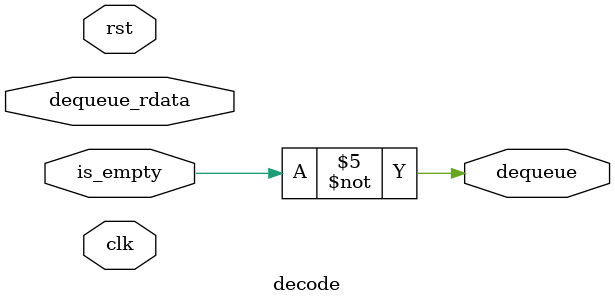
<source format=sv>

module decode (

    input   logic          clk
   ,input   logic          rst

   ,output  logic          dequeue
   ,input   logic [63:0]   dequeue_rdata
   ,input   logic          is_empty

);

logic [31:0] inst_r [8] ;
logic [31:0] pc_r [8] ;

assign dequeue = ~is_empty ;

always_ff@(posedge clk)
begin
   if( rst )
   begin
      for(int i=0;i<8;i++)
      begin
         inst_r[i] <= '0 ;
         pc_r[i] <= '0 ;
      end
   end
   else if( dequeue )
   begin
      inst_r[0] <= dequeue_rdata[31:0] ;
      pc_r[0]   <= dequeue_rdata[63:32] ;
      for(int i=1;i<8;i++)
      begin
         inst_r[i] <= inst_r[i-1] ;
         pc_r[i] <= pc_r[i-1] ;
      end
   end
end

endmodule

</source>
